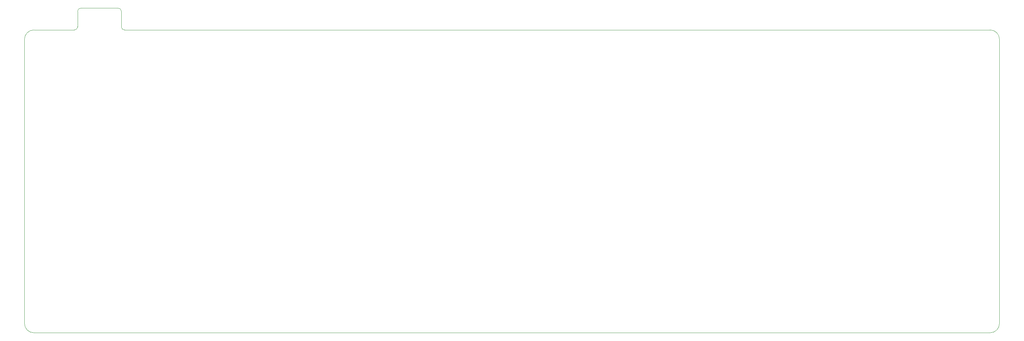
<source format=gbr>
G04 #@! TF.GenerationSoftware,KiCad,Pcbnew,(5.1.5)-3*
G04 #@! TF.CreationDate,2020-03-25T20:08:38+03:00*
G04 #@! TF.ProjectId,Bakers-dozen,42616b65-7273-42d6-946f-7a656e2e6b69,rev?*
G04 #@! TF.SameCoordinates,Original*
G04 #@! TF.FileFunction,Profile,NP*
%FSLAX46Y46*%
G04 Gerber Fmt 4.6, Leading zero omitted, Abs format (unit mm)*
G04 Created by KiCad (PCBNEW (5.1.5)-3) date 2020-03-25 20:08:38*
%MOMM*%
%LPD*%
G04 APERTURE LIST*
%ADD10C,0.050000*%
G04 APERTURE END LIST*
D10*
X42862500Y-55562500D02*
G75*
G02X43656250Y-54768750I793750J0D01*
G01*
X53181250Y-54768750D02*
G75*
G02X53975000Y-55562500I0J-793750D01*
G01*
X54768750Y-60325000D02*
G75*
G02X53975000Y-59531250I0J793750D01*
G01*
X42862500Y-59531250D02*
G75*
G02X42068750Y-60325000I-793750J0D01*
G01*
X54768750Y-60325000D02*
X274637500Y-60325000D01*
X42068750Y-60325000D02*
X31750000Y-60325000D01*
X42862500Y-55562500D02*
X42862500Y-59531250D01*
X53975000Y-55562500D02*
X53975000Y-59531250D01*
X43656250Y-54768750D02*
X53181250Y-54768750D01*
X277018750Y-134937500D02*
X277018750Y-62706250D01*
X31750000Y-137318750D02*
X274637500Y-137318750D01*
X29368750Y-62706250D02*
X29368750Y-134937500D01*
X31750000Y-137318750D02*
G75*
G02X29368750Y-134937500I0J2381250D01*
G01*
X29368750Y-62706250D02*
G75*
G02X31750000Y-60325000I2381250J0D01*
G01*
X277018750Y-134937500D02*
G75*
G02X274637500Y-137318750I-2381250J0D01*
G01*
X274637500Y-60325000D02*
G75*
G02X277018750Y-62706250I0J-2381250D01*
G01*
M02*

</source>
